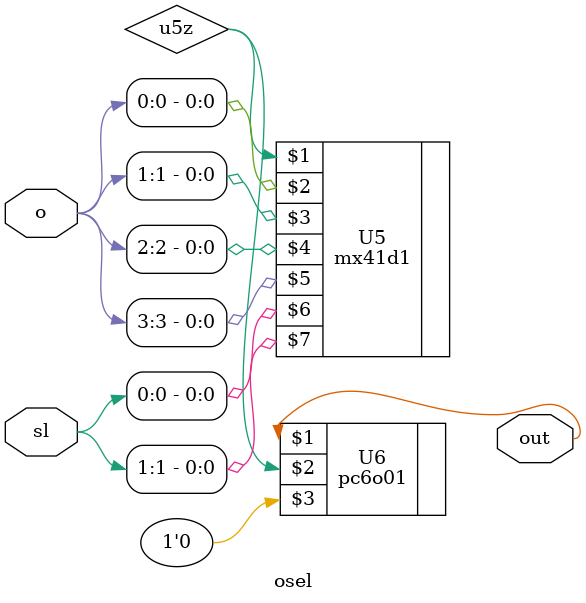
<source format=v>
/*	Interface board	model */

`timescale 1 ns / 10 ps

module iboard (sb_clk, sb_as_, sb_pa, sb_d, sb_siz, sb_rd,
		sb_ack_, sb_merr_, sb_br_, sb_bg_, sb_sel_, 
		sb_irq_, sb_reset_, sb_ext, parity,
		pb_d, pb_rst_, 
		pb_iosel, pb_eofout,
		pb_clk, pb_eosi, pb_eofin);

	/******************** I/O Declarations ******************************/

	input	sb_clk;			//	Clock from System
	inout	sb_as_;			//	Address Strobe from System
	inout	[27:0] sb_pa;	//	Phys. Adress bus from System
	inout	[31:0] sb_d;	//	Data Bus from System/Master/Slave
	inout	[2:0] sb_siz;	//	Transfer Size from System/Master
	inout	sb_rd;			//	Read from System/Master
	inout	[2:0] sb_ack_;	//	Acknowledge bits
	inout	sb_merr_;		//	LateError_ in new spec
	inout	[7:0] sb_br_;	//	Bus Request from Master
	inout	[7:0] sb_bg_;	//	Bus Grant from System
	inout	[7:0] sb_sel_;	//	Select from System
	inout	[7:1] sb_irq_;	//	Interrupt Requests from Master/Slave
	input	sb_reset_;		//	Reset from System
	inout	sb_ext;			//	parity bit: see Assignments below...
	input	parity;			//	1=auto-parity generation; 0=sb_ext never driven


	// Pbus signals
	inout [15:0]
		pb_d;
	output
		pb_rst_,
		pb_eofout,
		pb_iosel;
	input
		pb_clk,
		pb_eosi,
		pb_eofin;


	// Internal signals
	wire [1:0]
		sva,
		pc;
	wire [2:0]
		sc,
		ackout,
		ack;
	wire
		sfi,
		decout,		// not used
		rst_,
		pdec16,
		error,
		immed,
		od,
		ps8,
		hsigout,
		pdenh,
		pdenl,
 		sdenh,
		sdenl,
		p_rd,
		pdav_a,
		sv_on_a,
		svsel_a;

	// This is the slot assigned to the interface
	parameter
		slot = 1 ;

	ctlsvtop U1
		(sb_d [31:16],
		immed, decout, pdec_0, flg8, cw, incout,
		drint1, hstop1, hsigout1, rst_,
		pb_rst_,
		sb_pa [3:2], sc, 1'b1, 1'b0, pdec16, pb_clk,
		ldctl, sld, 1'b1, op_shift, inca16,
		tmint, pb_eosi, error, svdr, svld,
		sb_reset_, sdr_s, hsigout, rst_, sb_clk, ) ;

	ctlsvtop U2
		(sb_d [15:0],
		sfi, pdec16, donep, p_rd, hw, inca16,
		sb_irq_ [slot], hstop, hsigout,
		od, psd,
		sb_pa [3:2], sc, pdec_0, 1'b0, pldec, pb_clk,
		ldctl, sld, 1'b0, op_shift, incadr,
		tmint, pb_eosi, error, svdr, svld,
		sb_reset_, sdr_s, hsigout, rst_, sb_clk, early_done) ;

	fsmtop	U3 (sb_ack_,
		sc, pc,
		drparam_n, incadr, sld, sb_rd, sb_br_ [slot], sdr, sdr_s,
		prmdr_n, svdr, svld, pldec,
		pb_eofout, pb_iosel, ldctl,
		op_shift, pcwr, tmint, dr, pspty, ps16, ps8, error,
		pb_eosi, rst_, sb_bg_ [slot], p_rd, hstop, immed, cw,
		sb_clk, sb_pa [24], svsel, donep, sv_on, pb_clk, flg8, pdav,
		pb_eofin, psd, sb_merr_, early_done) ;

	datatop U4 ({pb_d [15:12], pb_d [7:4]},
		{sb_d [31:28], sb_d [23:20]}, {sb_d [15:12], sb_d [7:4]},

		sv_on, svsel, pdav, pcwr,
		pdenh, sdenh,
		sb_siz, sc, pc, sb_sel_ [slot], sb_as_, flg8, pspty,
		ps16, ps8, dr, pb_clk, rst_, sb_clk, sld, sdr,
		immed, pb_eofout, pb_eofin, od, drparam_n) ;

	datatop U5 ({pb_d [11:8], pb_d [3:0]},
		{sb_d [27:24], sb_d [19:16]}, {sb_d [11:8], sb_d [3:0]},

		sv_on_a, svsel_a, pdav_a, pcwr,
		pdenl, sdenl,
		sb_siz, sc, pc, sb_sel_ [slot], sb_as_, flg8, pspty,
		ps16, ps8, dr, pb_clk, rst_, sb_clk, sld, sdr,
		immed, pb_eofout, pb_eofin, od, drparam_n) ;

	        prom U6 (sb_pa [27:0], sb_d [7:0], prmdr_n) ;


endmodule


module bsel (i, out,
	o, e, sl) ;

	output [3:0]
		i;
	output
		out;
	input [3:0]
		o,
		e;
	input [1:0]
		sl;

	de24d1 U1 (i[0], i[1], i[2], i[3], sl [0], sl [1], u1en);

	mx41d1 U5 (u5z, o[0], o[1], o[2], o[3], sl [0], sl [1]);
	mx41d1 U18 (u18z, e[0], e[1], e[2], e[3], sl [0], sl [1]);
	in01d1 U29 (u29z, u18z) ;

	pc6s45 U28 (u1en, out, u5z, u29z);

endmodule


module osel (out, o, sl) ;

	output
		out;
	input [3:0]
		o;
	input [1:0]
		sl;

	mx41d1 U5 (u5z, o[0], o[1], o[2], o[3], sl [0], sl [1]);

	pc6o01 U6 (out, u5z, 1'b0);

endmodule


</source>
